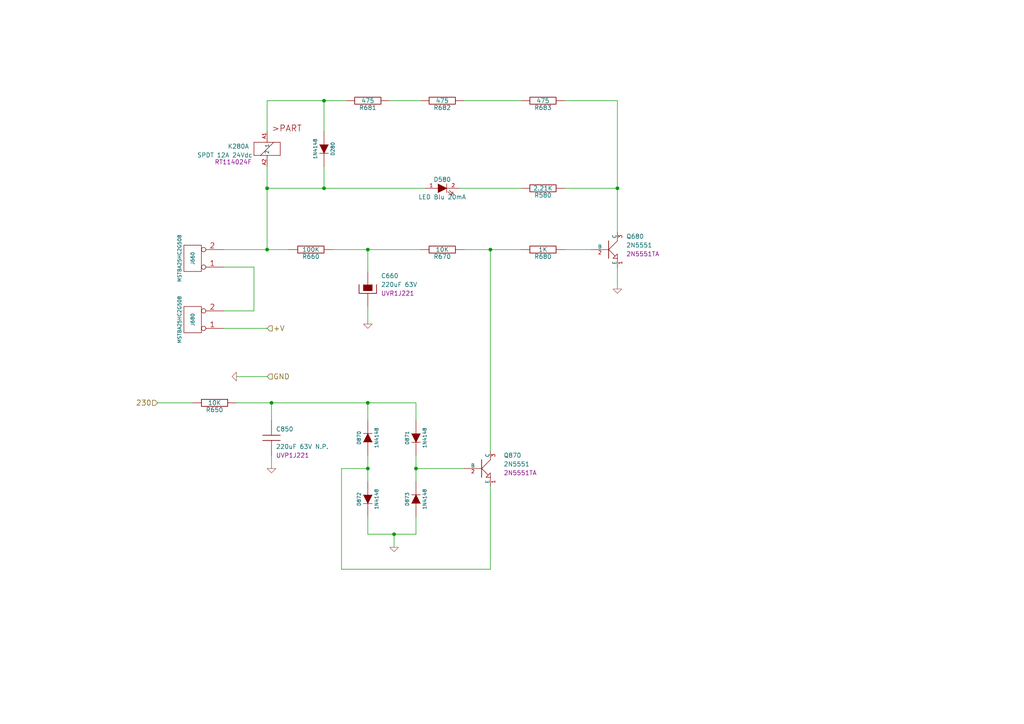
<source format=kicad_sch>
(kicad_sch (version 20230121) (generator eeschema)
  (paper "A4")
  (title_block (title "Amplificatore CMP_BMOS1004") (date "2025-10-18") (rev "251018") (company "AUDIO EMME di Martinelli Michele") (comment 1 "Stadio Ingresso + VAS"))
  (lib_symbols
    (symbol "AM_Connectors:CONN_2" (pin_names (offset 1.016) hide)
      (property "Reference" "P" (at -1.27 0 90))
      (property "Value" "CONN_2" (at 1.27 0 90))
      (symbol "CONN_2_0_1"
        (rectangle (start -2.54 3.81) (end 2.54 -3.81))
      )
      (symbol "CONN_2_1_1"
        (pin passive inverted (at -8.89 2.54 0) (length 6.35) (name "P1") (number "1"))
        (pin passive inverted (at -8.89 -2.54 0) (length 6.35) (name "PM") (number "2"))
      )
    )
    (symbol "AM_Device:C" (pin_numbers hide) (pin_names (offset 0.254))
      (property "Reference" "C" (at 1.27 2.54 0))
      (property "Value" "C" (at 1.27 -2.54 0))
      (symbol "C_0_1"
        (polyline (pts (xy -2.54 -0.762) (xy 2.54 -0.762)) (stroke (width 0.2032)))
        (polyline (pts (xy -2.54 0.762) (xy 2.54 0.762)) (stroke (width 0.2032)))
      )
      (symbol "C_1_1"
        (pin passive line (at 0 5.08 270) (length 4.318) (name "~") (number "1"))
        (pin passive line (at 0 -5.08 90) (length 4.318) (name "~") (number "2"))
      )
    )
    (symbol "AM_Device:CP" (pin_numbers hide) (pin_names (offset 0.254) hide)
      (property "Reference" "C" (at 1.27 2.54 0))
      (property "Value" "CP" (at 1.27 -2.54 0))
      (symbol "CP_0_1"
        (polyline (pts (xy -2.54 1.27) (xy -2.54 -1.27) (xy 2.54 -1.27) (xy 2.54 1.27)) (stroke (width 0.2032)))
        (polyline (pts (xy -1.27 1.27) (xy -1.27 -0.508) (xy 1.27 -0.508) (xy 1.27 1.27)) (fill (type outline)))
      )
      (symbol "CP_1_1"
        (pin passive line (at 0 5.08 270) (length 3.81) (name "~") (number "1"))
        (pin passive line (at 0 -5.08 90) (length 3.81) (name "~") (number "2"))
      )
    )
    (symbol "AM_Device:DIODE" (pin_numbers hide) (pin_names (offset 1.016) hide)
      (property "Reference" "D" (at 0 2.54 0))
      (property "Value" "DIODE" (at 0 -2.54 0))
      (symbol "DIODE_0_1"
        (polyline (pts (xy 1.27 1.27) (xy 1.27 -1.27)) (stroke (width 0.1524)))
        (polyline (pts (xy -1.27 1.27) (xy 1.27 0) (xy -1.27 -1.27)) (fill (type outline)))
      )
      (symbol "DIODE_1_1"
        (pin passive line (at -5.08 0 0) (length 3.81) (name "A") (number "1"))
        (pin passive line (at 5.08 0 180) (length 3.81) (name "K") (number "2"))
      )
    )
    (symbol "AM_Device:LED" (pin_names (offset 1.016) hide)
      (property "Reference" "D" (at 0 2.54 0))
      (property "Value" "LED" (at 0 -2.54 0))
      (symbol "LED_0_1"
        (polyline (pts (xy 1.27 1.27) (xy 1.27 -1.27)))
        (polyline (pts (xy -1.27 1.27) (xy 1.27 0) (xy -1.27 -1.27)) (fill (type outline)))
        (polyline (pts (xy 1.651 -1.016) (xy 2.794 -2.032) (xy 2.667 -1.397)))
        (polyline (pts (xy 2.032 -0.635) (xy 3.175 -1.651) (xy 3.048 -1.016)))
      )
      (symbol "LED_1_1"
        (pin passive line (at -5.08 0 0) (length 3.81) (name "A") (number "1"))
        (pin passive line (at 5.08 0 180) (length 3.81) (name "K") (number "2"))
      )
    )
    (symbol "AM_Device:NPN" (pin_names (offset 0))
      (property "Reference" "Q" (at 3.81 0 0))
      (property "Value" "NPN" (at -2.4892 3.81 0))
      (symbol "NPN_0_1"
        (polyline (pts (xy 0 0) (xy 1.905 -1.905)))
        (polyline (pts (xy 0 0) (xy 2.54 2.54)))
        (polyline (pts (xy 0 2.54) (xy 0 -2.54)) (stroke (width 0.2032)))
        (polyline (pts (xy 1.27 -2.54) (xy 2.54 -2.54) (xy 2.54 -1.27) (xy 1.27 -2.54) (xy 1.27 -2.54)))
      )
      (symbol "NPN_1_1"
        (pin passive line (at 2.54 -5.08 90) (length 2.54) (name "E") (number "1"))
        (pin input line (at -5.08 0 0) (length 5.08) (name "B") (number "2"))
        (pin passive line (at 2.54 5.08 270) (length 2.54) (name "C") (number "3"))
      )
    )
    (symbol "AM_Device:R" (pin_numbers hide) (pin_names (offset 0))
      (property "Reference" "R" (at 2.032 0 90))
      (property "Value" "R" (at 0 0 90))
      (symbol "R_0_1"
        (rectangle (start -1.016 3.81) (end 1.016 -3.81) (stroke (width 0.2032)))
      )
      (symbol "R_1_1"
        (pin passive line (at 0 6.35 270) (length 2.54) (name "~") (number "1"))
        (pin passive line (at 0 -6.35 90) (length 2.54) (name "~") (number "2"))
      )
    )
    (symbol "AM_Power:GND" (power) (pin_names (offset 0))
      (symbol "GND_0_1"
        (polyline (pts (xy -1.27 0) (xy 0 -1.27) (xy 1.27 0) (xy -1.27 0)) (stroke (width 0.1016)))
      )
      (symbol "GND_1_1"
        (pin power_in line (at 0 0 90) (length 0) hide (name "GND") (number "1"))
      )
    )
    (symbol "AM_Relays:RT114024" (pin_names (offset 1.016))
      (property "Reference" "K" (at 0 0 0))
      (property "Value" "RT114024" (at 1.27 2.921 0))
      (symbol "RT114024_1_0"
        (polyline (pts (xy -3.81 -1.905) (xy -1.905 -1.905)))
        (polyline (pts (xy -3.81 1.905) (xy -3.81 -1.905)))
        (polyline (pts (xy -1.905 -1.905) (xy 0 -1.905)))
        (polyline (pts (xy -1.905 -1.905) (xy 1.905 1.905)))
        (polyline (pts (xy 0 -2.54) (xy 0 -1.905)))
        (polyline (pts (xy 0 -1.905) (xy 3.81 -1.905)))
        (polyline (pts (xy 0 1.905) (xy -3.81 1.905)))
        (polyline (pts (xy 0 2.54) (xy 0 1.905)))
        (polyline (pts (xy 1.905 1.905) (xy 0 1.905)))
        (polyline (pts (xy 3.81 -1.905) (xy 3.81 1.905)))
        (polyline (pts (xy 3.81 1.905) (xy 1.905 1.905)))
        (text ">PART" (at 5.715 5.969 0) (effects (font (size 1.778 1.778))))
      )
      (symbol "RT114024_1_1"
        (pin passive line (at 0 5.08 270) (length 2.54) (name "1") (number "A1"))
        (pin passive line (at 0 -5.08 90) (length 2.54) (name "2") (number "A2"))
      )
      (symbol "RT114024_2_0"
        (polyline (pts (xy -3.175 5.08) (xy -1.905 5.08)))
        (polyline (pts (xy 0 1.27) (xy 0 0)))
        (polyline (pts (xy 0 1.27) (xy 2.54 5.715)))
        (polyline (pts (xy 3.175 5.08) (xy 1.905 5.08)))
        (text ">PART" (at 6.985 0.889 0) (effects (font (size 1.778 1.778))))
      )
      (symbol "RT114024_2_1"
        (circle (center 0 1.27) (radius 0.127) (fill (type outline)))
        (pin passive line (at 0 -2.54 90) (length 2.54) (name "P") (number "11"))
        (pin passive line (at 5.08 5.08 180) (length 2.54) (name "O") (number "12"))
        (pin passive line (at -5.08 5.08 0) (length 2.54) (name "S") (number "14"))
      )
    )
  )
  (junction (at 114.3 154.94))
  (junction (at 93.98 54.61))
  (junction (at 179.07 54.61))
  (junction (at 120.65 135.89))
  (junction (at 77.47 72.39))
  (junction (at 77.47 54.61))
  (junction (at 106.68 116.84))
  (junction (at 78.74 116.84))
  (junction (at 106.68 72.39))
  (junction (at 93.98 29.21))
  (junction (at 106.68 135.89))
  (junction (at 142.24 72.39))
  (wire (pts (xy 113.03 29.21) (xy 121.92 29.21)))
  (wire (pts (xy 68.58 109.22) (xy 77.47 109.22)))
  (wire (pts (xy 45.72 116.84) (xy 55.88 116.84)))
  (wire (pts (xy 120.65 139.7) (xy 120.65 135.89)))
  (wire (pts (xy 73.66 77.47) (xy 64.77 77.47)))
  (wire (pts (xy 106.68 78.74) (xy 106.68 72.39)))
  (wire (pts (xy 64.77 95.25) (xy 77.47 95.25)))
  (wire (pts (xy 106.68 72.39) (xy 96.52 72.39)))
  (wire (pts (xy 163.83 72.39) (xy 171.45 72.39)))
  (wire (pts (xy 99.06 165.1) (xy 142.24 165.1)))
  (wire (pts (xy 120.65 135.89) (xy 120.65 132.08)))
  (wire (pts (xy 134.62 135.89) (xy 120.65 135.89)))
  (wire (pts (xy 83.82 72.39) (xy 77.47 72.39)))
  (wire (pts (xy 142.24 72.39) (xy 151.13 72.39)))
  (wire (pts (xy 99.06 135.89) (xy 99.06 165.1)))
  (wire (pts (xy 120.65 116.84) (xy 106.68 116.84)))
  (wire (pts (xy 106.68 135.89) (xy 106.68 132.08)))
  (wire (pts (xy 134.62 72.39) (xy 142.24 72.39)))
  (wire (pts (xy 106.68 116.84) (xy 106.68 121.92)))
  (wire (pts (xy 120.65 154.94) (xy 114.3 154.94)))
  (wire (pts (xy 114.3 154.94) (xy 106.68 154.94)))
  (wire (pts (xy 78.74 116.84) (xy 106.68 116.84)))
  (wire (pts (xy 78.74 121.92) (xy 78.74 116.84)))
  (wire (pts (xy 77.47 48.26) (xy 77.47 54.61)))
  (wire (pts (xy 121.92 72.39) (xy 106.68 72.39)))
  (wire (pts (xy 93.98 54.61) (xy 77.47 54.61)))
  (wire (pts (xy 73.66 90.17) (xy 73.66 77.47)))
  (wire (pts (xy 93.98 38.1) (xy 93.98 29.21)))
  (wire (pts (xy 142.24 72.39) (xy 142.24 130.81)))
  (wire (pts (xy 77.47 54.61) (xy 77.47 72.39)))
  (wire (pts (xy 68.58 116.84) (xy 78.74 116.84)))
  (wire (pts (xy 93.98 48.26) (xy 93.98 54.61)))
  (wire (pts (xy 106.68 135.89) (xy 99.06 135.89)))
  (wire (pts (xy 179.07 54.61) (xy 179.07 67.31)))
  (wire (pts (xy 134.62 29.21) (xy 151.13 29.21)))
  (wire (pts (xy 120.65 154.94) (xy 120.65 149.86)))
  (wire (pts (xy 179.07 29.21) (xy 179.07 54.61)))
  (wire (pts (xy 77.47 29.21) (xy 77.47 38.1)))
  (wire (pts (xy 93.98 29.21) (xy 77.47 29.21)))
  (wire (pts (xy 151.13 54.61) (xy 133.35 54.61)))
  (wire (pts (xy 78.74 135.89) (xy 78.74 132.08)))
  (wire (pts (xy 106.68 93.98) (xy 106.68 88.9)))
  (wire (pts (xy 163.83 54.61) (xy 179.07 54.61)))
  (wire (pts (xy 106.68 154.94) (xy 106.68 149.86)))
  (wire (pts (xy 179.07 83.82) (xy 179.07 77.47)))
  (wire (pts (xy 123.19 54.61) (xy 93.98 54.61)))
  (wire (pts (xy 163.83 29.21) (xy 179.07 29.21)))
  (wire (pts (xy 100.33 29.21) (xy 93.98 29.21)))
  (wire (pts (xy 142.24 165.1) (xy 142.24 140.97)))
  (wire (pts (xy 114.3 158.75) (xy 114.3 154.94)))
  (wire (pts (xy 120.65 116.84) (xy 120.65 121.92)))
  (wire (pts (xy 64.77 90.17) (xy 73.66 90.17)))
  (wire (pts (xy 77.47 72.39) (xy 64.77 72.39)))
  (wire (pts (xy 106.68 139.7) (xy 106.68 135.89)))
  (hierarchical_label "230" (shape input) (at 45.72 116.84 180) (effects (font (size 1.524 1.524))))
  (hierarchical_label "GND" (shape input) (at 77.47 109.22 0) (effects (font (size 1.524 1.524))))
  (hierarchical_label "+V" (shape input) (at 77.47 95.25 0) (effects (font (size 1.524 1.524))))
  (symbol (lib_id "AM_Connectors:CONN_2") (at 55.88 74.93 180) (unit 1)
    (property "Reference" "J660" (at 55.88 74.93 90) (effects (font (size 1.016 1.016))))
    (property "Value" "MSTBA25HC2G508" (at 52.07 74.93 90) (effects (font (size 1.016 1.016))))
    (property "Footprint" "AM_Accessory:CON_2x508" (effects hide))
    (property "Codice" "1923869" (effects hide))
    (property "Costruttore" "Phoenix Contact" (effects hide))
  )
  (symbol (lib_id "AM_Device:R") (at 106.68 29.21 270) (unit 1)
    (property "Reference" "R681" (at 106.68 31.242 90))
    (property "Value" "475" (at 106.68 29.21 90))
    (property "Footprint" "AM_Library:RES_CMF" (effects hide))
    (property "Codice" "CMF60475R00" (effects hide))
    (property "Costruttore" "Vishay" (effects hide))
  )
  (symbol (lib_id "AM_Device:R") (at 128.27 29.21 270) (unit 1)
    (property "Reference" "R682" (at 128.27 31.242 90))
    (property "Value" "475" (at 128.27 29.21 90))
    (property "Footprint" "AM_Library:RES_CMF" (effects hide))
    (property "Codice" "CMF60475R00" (effects hide))
    (property "Costruttore" "Vishay" (effects hide))
  )
  (symbol (lib_id "AM_Device:R") (at 157.48 29.21 270) (unit 1)
    (property "Reference" "R683" (at 157.48 31.242 90))
    (property "Value" "475" (at 157.48 29.21 90))
    (property "Footprint" "AM_Library:RES_CMF" (effects hide))
    (property "Codice" "CMF60475R00" (effects hide))
    (property "Costruttore" "Vishay" (effects hide))
  )
  (symbol (lib_id "AM_Device:NPN") (at 176.53 72.39 0) (unit 1)
    (property "Reference" "Q680" (at 181.61 68.58 0) (effects (justify left)))
    (property "Value" "2N5551" (at 181.61 71.12 0) (effects (justify left)))
    (property "Footprint" "AM_Semiconductors:BJT_TO92" (effects hide))
    (property "Codice" "2N5551TA" (at 181.61 73.66 0) (effects (justify left)))
    (property "Costruttore" "Onsemi" (effects hide))
  )
  (symbol (lib_id "AM_Device:R") (at 157.48 72.39 270) (unit 1)
    (property "Reference" "R680" (at 157.48 74.422 90))
    (property "Value" "1K" (at 157.48 72.39 90))
    (property "Footprint" "AM_Library:RES_CMF" (effects hide))
    (property "Codice" "CMF601K0000" (effects hide))
    (property "Costruttore" "Vishay" (effects hide))
  )
  (symbol (lib_id "AM_Device:R") (at 128.27 72.39 270) (unit 1)
    (property "Reference" "R670" (at 128.27 74.422 90))
    (property "Value" "10K" (at 128.27 72.39 90))
    (property "Footprint" "AM_Library:RES_CMF" (effects hide))
    (property "Codice" "CMF6010K000" (effects hide))
    (property "Costruttore" "Vishay" (effects hide))
  )
  (symbol (lib_id "AM_Device:R") (at 90.17 72.39 270) (unit 1)
    (property "Reference" "R660" (at 90.17 74.422 90))
    (property "Value" "100K" (at 90.17 72.39 90))
    (property "Footprint" "AM_Library:RES_CMF" (effects hide))
    (property "Codice" "CMF60100K00" (effects hide))
    (property "Costruttore" "Vishay" (effects hide))
  )
  (symbol (lib_id "AM_Device:CP") (at 106.68 83.82 0) (unit 1)
    (property "Reference" "C660" (at 110.49 80.01 0) (effects (justify left)))
    (property "Value" "220uF 63V" (at 110.49 82.55 0) (effects (justify left)))
    (property "Footprint" "AM_Capacitors:CAP_D10x15LS05" (effects hide))
    (property "Costruttore" "Nichicon" (effects hide))
    (property "Codice" "UVR1J221" (at 110.49 85.09 0) (effects (justify left)))
  )
  (symbol (lib_id "AM_Device:R") (at 157.48 54.61 270) (unit 1)
    (property "Reference" "R580" (at 157.48 56.642 90))
    (property "Value" "2.21K" (at 157.48 54.61 90))
    (property "Footprint" "AM_Library:RES_CMF" (effects hide))
    (property "Codice" "CMF602K2100" (effects hide))
    (property "Costruttore" "Vishay" (effects hide))
  )
  (symbol (lib_id "AM_Device:LED") (at 128.27 54.61 0) (unit 1)
    (property "Reference" "D580" (at 128.27 52.07 0))
    (property "Value" "LED Blu 20mA" (at 128.27 57.15 0))
    (property "Footprint" "AM_Semiconductors:LED5" (effects hide))
    (property "Codice" "HLMP-CB13" (effects hide))
    (property "Costruttore" "Broadcom Limited" (effects hide))
  )
  (symbol (lib_id "AM_Device:R") (at 62.23 116.84 270) (unit 1)
    (property "Reference" "R650" (at 62.23 118.872 90))
    (property "Value" "10K" (at 62.23 116.84 90))
    (property "Footprint" "AM_Library:RES_CMF" (effects hide))
    (property "Codice" "CMF6010K000" (effects hide))
    (property "Costruttore" "Vishay" (effects hide))
  )
  (symbol (lib_id "AM_Device:C") (at 78.74 127 0) (unit 1)
    (property "Reference" "C850" (at 80.01 124.46 0) (effects (justify left)))
    (property "Value" "220uF 63V N.P." (at 80.01 129.54 0) (effects (justify left)))
    (property "Footprint" "AM_Capacitors:CAP_D16x25LS75" (effects hide))
    (property "Costruttore" "Nichicon" (effects hide))
    (property "Codice" "UVP1J221" (at 80.01 132.08 0) (effects (justify left)))
  )
  (symbol (lib_id "AM_Device:DIODE") (at 106.68 127 90) (unit 1)
    (property "Reference" "D870" (at 104.14 127 0) (effects (font (size 1.016 1.016))))
    (property "Value" "1N4148" (at 109.22 127 0) (effects (font (size 1.016 1.016))))
    (property "Footprint" "AM_Semiconductors:REC_DO35" (effects hide))
    (property "Codice" "1N4148" (effects hide))
    (property "Costruttore" "Onsemi" (effects hide))
  )
  (symbol (lib_id "AM_Device:DIODE") (at 120.65 127 270) (unit 1)
    (property "Reference" "D871" (at 118.11 127 0) (effects (font (size 1.016 1.016))))
    (property "Value" "1N4148" (at 123.19 127 0) (effects (font (size 1.016 1.016))))
    (property "Footprint" "AM_Semiconductors:REC_DO35" (effects hide))
    (property "Codice" "1N4148" (effects hide))
    (property "Costruttore" "Onsemi" (effects hide))
  )
  (symbol (lib_id "AM_Device:DIODE") (at 106.68 144.78 270) (unit 1)
    (property "Reference" "D872" (at 104.14 144.78 0) (effects (font (size 1.016 1.016))))
    (property "Value" "1N4148" (at 109.22 144.78 0) (effects (font (size 1.016 1.016))))
    (property "Footprint" "AM_Semiconductors:REC_DO35" (effects hide))
    (property "Codice" "1N4148" (effects hide))
    (property "Costruttore" "Onsemi" (effects hide))
  )
  (symbol (lib_id "AM_Device:DIODE") (at 120.65 144.78 90) (unit 1)
    (property "Reference" "D873" (at 118.11 144.78 0) (effects (font (size 1.016 1.016))))
    (property "Value" "1N4148" (at 123.19 144.78 0) (effects (font (size 1.016 1.016))))
    (property "Footprint" "AM_Semiconductors:REC_DO35" (effects hide))
    (property "Codice" "1N4148" (effects hide))
    (property "Costruttore" "Onsemi" (effects hide))
  )
  (symbol (lib_id "AM_Device:NPN") (at 139.7 135.89 0) (unit 1)
    (property "Reference" "Q870" (at 146.05 132.08 0) (effects (justify left)))
    (property "Value" "2N5551" (at 146.05 134.62 0) (effects (justify left)))
    (property "Footprint" "AM_Semiconductors:BJT_TO92" (effects hide))
    (property "Codice" "2N5551TA" (at 146.05 137.16 0) (effects (justify left)))
    (property "Costruttore" "Onsemi" (effects hide))
  )
  (symbol (lib_id "AM_Power:GND") (at 114.3 158.75 0) (unit 1)
    (property "Reference" "#PWR05" (effects hide))
    (property "Value" "GND" (effects hide))
  )
  (symbol (lib_id "AM_Power:GND") (at 78.74 135.89 0) (unit 1)
    (property "Reference" "#PWR04" (effects hide))
    (property "Value" "GND" (effects hide))
  )
  (symbol (lib_id "AM_Power:GND") (at 106.68 93.98 0) (unit 1)
    (property "Reference" "#PWR03" (effects hide))
    (property "Value" "GND" (effects hide))
  )
  (symbol (lib_id "AM_Power:GND") (at 179.07 83.82 0) (unit 1)
    (property "Reference" "#PWR02" (effects hide))
    (property "Value" "GND" (effects hide))
  )
  (symbol (lib_id "AM_Power:GND") (at 68.58 109.22 270) (unit 1)
    (property "Reference" "#PWR01" (effects hide))
    (property "Value" "GND" (effects hide))
  )
  (symbol (lib_id "AM_Relays:RT114024") (at 77.47 43.18 0) (unit 1)
    (property "Reference" "K280" (at 66.04 43.18 0) (effects (justify left bottom)))
    (property "Value" "SPDT 12A 24Vdc" (at 57.15 45.72 0) (effects (justify left bottom)))
    (property "Footprint" "AM_Relays:relay-RT-C%2fO12A3.5" (effects hide))
    (property "Datasheet" "https://www.te.com/commerce/DocumentDelivery/DDEController?Action=srchrtrv&DocNm=RT1&DocType=Data+Sheet&DocLang=English&PartCntxt=1-1393239-6" (effects hide))
    (property "Codice" "RT114024F" (at 62.23 46.99 0) (effects (justify left)))
    (property "Costruttore" "TE Connectivity" (effects hide))
  )
  (symbol (lib_id "AM_Device:DIODE") (at 93.98 43.18 270) (unit 1)
    (property "Reference" "D280" (at 96.52 43.18 0) (effects (font (size 1.016 1.016))))
    (property "Value" "1N4148" (at 91.44 43.18 0) (effects (font (size 1.016 1.016))))
    (property "Footprint" "AM_Semiconductors:REC_DO35" (effects hide))
    (property "Codice" "1N4148" (effects hide))
    (property "Costruttore" "Onsemi" (effects hide))
  )
  (symbol (lib_id "AM_Connectors:CONN_2") (at 55.88 92.71 180) (unit 1)
    (property "Reference" "J680" (at 55.88 92.71 90) (effects (font (size 1.016 1.016))))
    (property "Value" "MSTBA25HC2G508" (at 52.07 92.71 90) (effects (font (size 1.016 1.016))))
    (property "Footprint" "AM_Accessory:CON_2x508" (effects hide))
    (property "Codice" "1923869" (effects hide))
    (property "Costruttore" "Phoenix Contact" (effects hide))
  )
)
</source>
